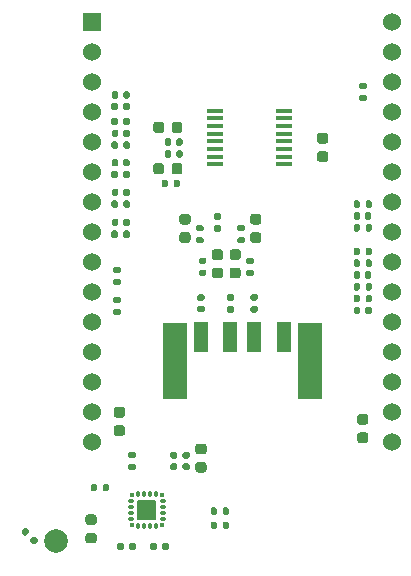
<source format=gbr>
%TF.GenerationSoftware,KiCad,Pcbnew,(5.1.9-0-10_14)*%
%TF.CreationDate,2021-05-04T15:56:22-07:00*%
%TF.ProjectId,fm-streamer,666d2d73-7472-4656-916d-65722e6b6963,rev?*%
%TF.SameCoordinates,Original*%
%TF.FileFunction,Soldermask,Bot*%
%TF.FilePolarity,Negative*%
%FSLAX46Y46*%
G04 Gerber Fmt 4.6, Leading zero omitted, Abs format (unit mm)*
G04 Created by KiCad (PCBNEW (5.1.9-0-10_14)) date 2021-05-04 15:56:22*
%MOMM*%
%LPD*%
G01*
G04 APERTURE LIST*
%ADD10C,0.127000*%
%ADD11R,1.461999X0.354800*%
%ADD12C,1.524000*%
%ADD13R,1.524000X1.524000*%
%ADD14R,2.000000X6.500000*%
%ADD15R,1.200000X2.500000*%
%ADD16C,2.000000*%
%ADD17O,0.610000X0.280000*%
%ADD18R,0.340000X0.340000*%
%ADD19O,0.280000X0.610000*%
G04 APERTURE END LIST*
D10*
%TO.C,U3*%
G36*
X122350000Y-116530000D02*
G01*
X122350000Y-115070000D01*
X120890000Y-115070000D01*
X120890000Y-116530000D01*
X122350000Y-116530000D01*
G37*
X122350000Y-116530000D02*
X122350000Y-115070000D01*
X120890000Y-115070000D01*
X120890000Y-116530000D01*
X122350000Y-116530000D01*
%TD*%
D11*
%TO.C,U2*%
X133241000Y-81975001D03*
X133241000Y-82624999D03*
X133241000Y-83275001D03*
X133241000Y-83924999D03*
X133241000Y-84574998D03*
X133241000Y-85224999D03*
X133241000Y-85874998D03*
X133241000Y-86524999D03*
X127399000Y-86524999D03*
X127399000Y-85875001D03*
X127399000Y-85224999D03*
X127399000Y-84575001D03*
X127399000Y-83925002D03*
X127399000Y-83275001D03*
X127399000Y-82625002D03*
X127399000Y-81975001D03*
%TD*%
D12*
%TO.C,U1*%
X142400000Y-74500000D03*
X142400000Y-77040000D03*
X142400000Y-79580000D03*
X142400000Y-82120000D03*
X142400000Y-84660000D03*
X142400000Y-87200000D03*
X142400000Y-89740000D03*
X142400000Y-92280000D03*
X142400000Y-94820000D03*
X142400000Y-97360000D03*
X142400000Y-99900000D03*
X142400000Y-102440000D03*
X142400000Y-104980000D03*
X142400000Y-107520000D03*
X142400000Y-110060000D03*
X117000000Y-110060000D03*
X117000000Y-107520000D03*
X117000000Y-104980000D03*
X117000000Y-102440000D03*
X117000000Y-99900000D03*
X117000000Y-97360000D03*
X117000000Y-94820000D03*
X117000000Y-92280000D03*
X117000000Y-89740000D03*
X117000000Y-87200000D03*
X117000000Y-84660000D03*
X117000000Y-82120000D03*
X117000000Y-79580000D03*
X117000000Y-77040000D03*
D13*
X117000000Y-74500000D03*
%TD*%
D14*
%TO.C,J1*%
X135400000Y-103150000D03*
X124000000Y-103150000D03*
D15*
X126200000Y-101130000D03*
X128700000Y-101130000D03*
X130700000Y-101130000D03*
X133200000Y-101130000D03*
%TD*%
%TO.C,J1*%
X133200000Y-101130000D03*
X130700000Y-101130000D03*
X128700000Y-101130000D03*
X126200000Y-101130000D03*
D14*
X124000000Y-103150000D03*
X135400000Y-103150000D03*
%TD*%
%TO.C,C1*%
G36*
G01*
X126370000Y-99060000D02*
X126030000Y-99060000D01*
G75*
G02*
X125890000Y-98920000I0J140000D01*
G01*
X125890000Y-98640000D01*
G75*
G02*
X126030000Y-98500000I140000J0D01*
G01*
X126370000Y-98500000D01*
G75*
G02*
X126510000Y-98640000I0J-140000D01*
G01*
X126510000Y-98920000D01*
G75*
G02*
X126370000Y-99060000I-140000J0D01*
G01*
G37*
G36*
G01*
X126370000Y-98100000D02*
X126030000Y-98100000D01*
G75*
G02*
X125890000Y-97960000I0J140000D01*
G01*
X125890000Y-97680000D01*
G75*
G02*
X126030000Y-97540000I140000J0D01*
G01*
X126370000Y-97540000D01*
G75*
G02*
X126510000Y-97680000I0J-140000D01*
G01*
X126510000Y-97960000D01*
G75*
G02*
X126370000Y-98100000I-140000J0D01*
G01*
G37*
%TD*%
%TO.C,J1*%
X135400000Y-103150000D03*
X124000000Y-103150000D03*
D15*
X126200000Y-101130000D03*
X128700000Y-101130000D03*
X130700000Y-101130000D03*
X133200000Y-101130000D03*
%TD*%
%TO.C,R16*%
G36*
G01*
X119160000Y-82715000D02*
X119160000Y-83085000D01*
G75*
G02*
X119025000Y-83220000I-135000J0D01*
G01*
X118755000Y-83220000D01*
G75*
G02*
X118620000Y-83085000I0J135000D01*
G01*
X118620000Y-82715000D01*
G75*
G02*
X118755000Y-82580000I135000J0D01*
G01*
X119025000Y-82580000D01*
G75*
G02*
X119160000Y-82715000I0J-135000D01*
G01*
G37*
G36*
G01*
X120180000Y-82715000D02*
X120180000Y-83085000D01*
G75*
G02*
X120045000Y-83220000I-135000J0D01*
G01*
X119775000Y-83220000D01*
G75*
G02*
X119640000Y-83085000I0J135000D01*
G01*
X119640000Y-82715000D01*
G75*
G02*
X119775000Y-82580000I135000J0D01*
G01*
X120045000Y-82580000D01*
G75*
G02*
X120180000Y-82715000I0J-135000D01*
G01*
G37*
%TD*%
%TO.C,C8*%
G36*
G01*
X119220000Y-80480000D02*
X119220000Y-80820000D01*
G75*
G02*
X119080000Y-80960000I-140000J0D01*
G01*
X118800000Y-80960000D01*
G75*
G02*
X118660000Y-80820000I0J140000D01*
G01*
X118660000Y-80480000D01*
G75*
G02*
X118800000Y-80340000I140000J0D01*
G01*
X119080000Y-80340000D01*
G75*
G02*
X119220000Y-80480000I0J-140000D01*
G01*
G37*
G36*
G01*
X120180000Y-80480000D02*
X120180000Y-80820000D01*
G75*
G02*
X120040000Y-80960000I-140000J0D01*
G01*
X119760000Y-80960000D01*
G75*
G02*
X119620000Y-80820000I0J140000D01*
G01*
X119620000Y-80480000D01*
G75*
G02*
X119760000Y-80340000I140000J0D01*
G01*
X120040000Y-80340000D01*
G75*
G02*
X120180000Y-80480000I0J-140000D01*
G01*
G37*
%TD*%
%TO.C,R8*%
G36*
G01*
X120180000Y-81465000D02*
X120180000Y-81835000D01*
G75*
G02*
X120045000Y-81970000I-135000J0D01*
G01*
X119775000Y-81970000D01*
G75*
G02*
X119640000Y-81835000I0J135000D01*
G01*
X119640000Y-81465000D01*
G75*
G02*
X119775000Y-81330000I135000J0D01*
G01*
X120045000Y-81330000D01*
G75*
G02*
X120180000Y-81465000I0J-135000D01*
G01*
G37*
G36*
G01*
X119160000Y-81465000D02*
X119160000Y-81835000D01*
G75*
G02*
X119025000Y-81970000I-135000J0D01*
G01*
X118755000Y-81970000D01*
G75*
G02*
X118620000Y-81835000I0J135000D01*
G01*
X118620000Y-81465000D01*
G75*
G02*
X118755000Y-81330000I135000J0D01*
G01*
X119025000Y-81330000D01*
G75*
G02*
X119160000Y-81465000I0J-135000D01*
G01*
G37*
%TD*%
%TO.C,C19*%
G36*
G01*
X131100000Y-93175000D02*
X130600000Y-93175000D01*
G75*
G02*
X130375000Y-92950000I0J225000D01*
G01*
X130375000Y-92500000D01*
G75*
G02*
X130600000Y-92275000I225000J0D01*
G01*
X131100000Y-92275000D01*
G75*
G02*
X131325000Y-92500000I0J-225000D01*
G01*
X131325000Y-92950000D01*
G75*
G02*
X131100000Y-93175000I-225000J0D01*
G01*
G37*
G36*
G01*
X131100000Y-91625000D02*
X130600000Y-91625000D01*
G75*
G02*
X130375000Y-91400000I0J225000D01*
G01*
X130375000Y-90950000D01*
G75*
G02*
X130600000Y-90725000I225000J0D01*
G01*
X131100000Y-90725000D01*
G75*
G02*
X131325000Y-90950000I0J-225000D01*
G01*
X131325000Y-91400000D01*
G75*
G02*
X131100000Y-91625000I-225000J0D01*
G01*
G37*
%TD*%
%TO.C,C20*%
G36*
G01*
X125100000Y-91625000D02*
X124600000Y-91625000D01*
G75*
G02*
X124375000Y-91400000I0J225000D01*
G01*
X124375000Y-90950000D01*
G75*
G02*
X124600000Y-90725000I225000J0D01*
G01*
X125100000Y-90725000D01*
G75*
G02*
X125325000Y-90950000I0J-225000D01*
G01*
X125325000Y-91400000D01*
G75*
G02*
X125100000Y-91625000I-225000J0D01*
G01*
G37*
G36*
G01*
X125100000Y-93175000D02*
X124600000Y-93175000D01*
G75*
G02*
X124375000Y-92950000I0J225000D01*
G01*
X124375000Y-92500000D01*
G75*
G02*
X124600000Y-92275000I225000J0D01*
G01*
X125100000Y-92275000D01*
G75*
G02*
X125325000Y-92500000I0J-225000D01*
G01*
X125325000Y-92950000D01*
G75*
G02*
X125100000Y-93175000I-225000J0D01*
G01*
G37*
%TD*%
%TO.C,C22*%
G36*
G01*
X128850000Y-93725000D02*
X129350000Y-93725000D01*
G75*
G02*
X129575000Y-93950000I0J-225000D01*
G01*
X129575000Y-94400000D01*
G75*
G02*
X129350000Y-94625000I-225000J0D01*
G01*
X128850000Y-94625000D01*
G75*
G02*
X128625000Y-94400000I0J225000D01*
G01*
X128625000Y-93950000D01*
G75*
G02*
X128850000Y-93725000I225000J0D01*
G01*
G37*
G36*
G01*
X128850000Y-95275000D02*
X129350000Y-95275000D01*
G75*
G02*
X129575000Y-95500000I0J-225000D01*
G01*
X129575000Y-95950000D01*
G75*
G02*
X129350000Y-96175000I-225000J0D01*
G01*
X128850000Y-96175000D01*
G75*
G02*
X128625000Y-95950000I0J225000D01*
G01*
X128625000Y-95500000D01*
G75*
G02*
X128850000Y-95275000I225000J0D01*
G01*
G37*
%TD*%
%TO.C,C23*%
G36*
G01*
X127850000Y-94625000D02*
X127350000Y-94625000D01*
G75*
G02*
X127125000Y-94400000I0J225000D01*
G01*
X127125000Y-93950000D01*
G75*
G02*
X127350000Y-93725000I225000J0D01*
G01*
X127850000Y-93725000D01*
G75*
G02*
X128075000Y-93950000I0J-225000D01*
G01*
X128075000Y-94400000D01*
G75*
G02*
X127850000Y-94625000I-225000J0D01*
G01*
G37*
G36*
G01*
X127850000Y-96175000D02*
X127350000Y-96175000D01*
G75*
G02*
X127125000Y-95950000I0J225000D01*
G01*
X127125000Y-95500000D01*
G75*
G02*
X127350000Y-95275000I225000J0D01*
G01*
X127850000Y-95275000D01*
G75*
G02*
X128075000Y-95500000I0J-225000D01*
G01*
X128075000Y-95950000D01*
G75*
G02*
X127850000Y-96175000I-225000J0D01*
G01*
G37*
%TD*%
%TO.C,R17*%
G36*
G01*
X127415000Y-91690000D02*
X127785000Y-91690000D01*
G75*
G02*
X127920000Y-91825000I0J-135000D01*
G01*
X127920000Y-92095000D01*
G75*
G02*
X127785000Y-92230000I-135000J0D01*
G01*
X127415000Y-92230000D01*
G75*
G02*
X127280000Y-92095000I0J135000D01*
G01*
X127280000Y-91825000D01*
G75*
G02*
X127415000Y-91690000I135000J0D01*
G01*
G37*
G36*
G01*
X127415000Y-90670000D02*
X127785000Y-90670000D01*
G75*
G02*
X127920000Y-90805000I0J-135000D01*
G01*
X127920000Y-91075000D01*
G75*
G02*
X127785000Y-91210000I-135000J0D01*
G01*
X127415000Y-91210000D01*
G75*
G02*
X127280000Y-91075000I0J135000D01*
G01*
X127280000Y-90805000D01*
G75*
G02*
X127415000Y-90670000I135000J0D01*
G01*
G37*
%TD*%
%TO.C,R24*%
G36*
G01*
X129785000Y-93230000D02*
X129415000Y-93230000D01*
G75*
G02*
X129280000Y-93095000I0J135000D01*
G01*
X129280000Y-92825000D01*
G75*
G02*
X129415000Y-92690000I135000J0D01*
G01*
X129785000Y-92690000D01*
G75*
G02*
X129920000Y-92825000I0J-135000D01*
G01*
X129920000Y-93095000D01*
G75*
G02*
X129785000Y-93230000I-135000J0D01*
G01*
G37*
G36*
G01*
X129785000Y-92210000D02*
X129415000Y-92210000D01*
G75*
G02*
X129280000Y-92075000I0J135000D01*
G01*
X129280000Y-91805000D01*
G75*
G02*
X129415000Y-91670000I135000J0D01*
G01*
X129785000Y-91670000D01*
G75*
G02*
X129920000Y-91805000I0J-135000D01*
G01*
X129920000Y-92075000D01*
G75*
G02*
X129785000Y-92210000I-135000J0D01*
G01*
G37*
%TD*%
%TO.C,R25*%
G36*
G01*
X125915000Y-91670000D02*
X126285000Y-91670000D01*
G75*
G02*
X126420000Y-91805000I0J-135000D01*
G01*
X126420000Y-92075000D01*
G75*
G02*
X126285000Y-92210000I-135000J0D01*
G01*
X125915000Y-92210000D01*
G75*
G02*
X125780000Y-92075000I0J135000D01*
G01*
X125780000Y-91805000D01*
G75*
G02*
X125915000Y-91670000I135000J0D01*
G01*
G37*
G36*
G01*
X125915000Y-92690000D02*
X126285000Y-92690000D01*
G75*
G02*
X126420000Y-92825000I0J-135000D01*
G01*
X126420000Y-93095000D01*
G75*
G02*
X126285000Y-93230000I-135000J0D01*
G01*
X125915000Y-93230000D01*
G75*
G02*
X125780000Y-93095000I0J135000D01*
G01*
X125780000Y-92825000D01*
G75*
G02*
X125915000Y-92690000I135000J0D01*
G01*
G37*
%TD*%
%TO.C,R26*%
G36*
G01*
X130535000Y-94960000D02*
X130165000Y-94960000D01*
G75*
G02*
X130030000Y-94825000I0J135000D01*
G01*
X130030000Y-94555000D01*
G75*
G02*
X130165000Y-94420000I135000J0D01*
G01*
X130535000Y-94420000D01*
G75*
G02*
X130670000Y-94555000I0J-135000D01*
G01*
X130670000Y-94825000D01*
G75*
G02*
X130535000Y-94960000I-135000J0D01*
G01*
G37*
G36*
G01*
X130535000Y-95980000D02*
X130165000Y-95980000D01*
G75*
G02*
X130030000Y-95845000I0J135000D01*
G01*
X130030000Y-95575000D01*
G75*
G02*
X130165000Y-95440000I135000J0D01*
G01*
X130535000Y-95440000D01*
G75*
G02*
X130670000Y-95575000I0J-135000D01*
G01*
X130670000Y-95845000D01*
G75*
G02*
X130535000Y-95980000I-135000J0D01*
G01*
G37*
%TD*%
%TO.C,R27*%
G36*
G01*
X126535000Y-95980000D02*
X126165000Y-95980000D01*
G75*
G02*
X126030000Y-95845000I0J135000D01*
G01*
X126030000Y-95575000D01*
G75*
G02*
X126165000Y-95440000I135000J0D01*
G01*
X126535000Y-95440000D01*
G75*
G02*
X126670000Y-95575000I0J-135000D01*
G01*
X126670000Y-95845000D01*
G75*
G02*
X126535000Y-95980000I-135000J0D01*
G01*
G37*
G36*
G01*
X126535000Y-94960000D02*
X126165000Y-94960000D01*
G75*
G02*
X126030000Y-94825000I0J135000D01*
G01*
X126030000Y-94555000D01*
G75*
G02*
X126165000Y-94420000I135000J0D01*
G01*
X126535000Y-94420000D01*
G75*
G02*
X126670000Y-94555000I0J-135000D01*
G01*
X126670000Y-94825000D01*
G75*
G02*
X126535000Y-94960000I-135000J0D01*
G01*
G37*
%TD*%
%TO.C,R30*%
G36*
G01*
X140140000Y-94085000D02*
X140140000Y-93715000D01*
G75*
G02*
X140275000Y-93580000I135000J0D01*
G01*
X140545000Y-93580000D01*
G75*
G02*
X140680000Y-93715000I0J-135000D01*
G01*
X140680000Y-94085000D01*
G75*
G02*
X140545000Y-94220000I-135000J0D01*
G01*
X140275000Y-94220000D01*
G75*
G02*
X140140000Y-94085000I0J135000D01*
G01*
G37*
G36*
G01*
X139120000Y-94085000D02*
X139120000Y-93715000D01*
G75*
G02*
X139255000Y-93580000I135000J0D01*
G01*
X139525000Y-93580000D01*
G75*
G02*
X139660000Y-93715000I0J-135000D01*
G01*
X139660000Y-94085000D01*
G75*
G02*
X139525000Y-94220000I-135000J0D01*
G01*
X139255000Y-94220000D01*
G75*
G02*
X139120000Y-94085000I0J135000D01*
G01*
G37*
%TD*%
%TO.C,R29*%
G36*
G01*
X140140000Y-92085000D02*
X140140000Y-91715000D01*
G75*
G02*
X140275000Y-91580000I135000J0D01*
G01*
X140545000Y-91580000D01*
G75*
G02*
X140680000Y-91715000I0J-135000D01*
G01*
X140680000Y-92085000D01*
G75*
G02*
X140545000Y-92220000I-135000J0D01*
G01*
X140275000Y-92220000D01*
G75*
G02*
X140140000Y-92085000I0J135000D01*
G01*
G37*
G36*
G01*
X139120000Y-92085000D02*
X139120000Y-91715000D01*
G75*
G02*
X139255000Y-91580000I135000J0D01*
G01*
X139525000Y-91580000D01*
G75*
G02*
X139660000Y-91715000I0J-135000D01*
G01*
X139660000Y-92085000D01*
G75*
G02*
X139525000Y-92220000I-135000J0D01*
G01*
X139255000Y-92220000D01*
G75*
G02*
X139120000Y-92085000I0J135000D01*
G01*
G37*
%TD*%
%TO.C,R28*%
G36*
G01*
X140140000Y-97085000D02*
X140140000Y-96715000D01*
G75*
G02*
X140275000Y-96580000I135000J0D01*
G01*
X140545000Y-96580000D01*
G75*
G02*
X140680000Y-96715000I0J-135000D01*
G01*
X140680000Y-97085000D01*
G75*
G02*
X140545000Y-97220000I-135000J0D01*
G01*
X140275000Y-97220000D01*
G75*
G02*
X140140000Y-97085000I0J135000D01*
G01*
G37*
G36*
G01*
X139120000Y-97085000D02*
X139120000Y-96715000D01*
G75*
G02*
X139255000Y-96580000I135000J0D01*
G01*
X139525000Y-96580000D01*
G75*
G02*
X139660000Y-96715000I0J-135000D01*
G01*
X139660000Y-97085000D01*
G75*
G02*
X139525000Y-97220000I-135000J0D01*
G01*
X139255000Y-97220000D01*
G75*
G02*
X139120000Y-97085000I0J135000D01*
G01*
G37*
%TD*%
%TO.C,C7*%
G36*
G01*
X119220000Y-91280000D02*
X119220000Y-91620000D01*
G75*
G02*
X119080000Y-91760000I-140000J0D01*
G01*
X118800000Y-91760000D01*
G75*
G02*
X118660000Y-91620000I0J140000D01*
G01*
X118660000Y-91280000D01*
G75*
G02*
X118800000Y-91140000I140000J0D01*
G01*
X119080000Y-91140000D01*
G75*
G02*
X119220000Y-91280000I0J-140000D01*
G01*
G37*
G36*
G01*
X120180000Y-91280000D02*
X120180000Y-91620000D01*
G75*
G02*
X120040000Y-91760000I-140000J0D01*
G01*
X119760000Y-91760000D01*
G75*
G02*
X119620000Y-91620000I0J140000D01*
G01*
X119620000Y-91280000D01*
G75*
G02*
X119760000Y-91140000I140000J0D01*
G01*
X120040000Y-91140000D01*
G75*
G02*
X120180000Y-91280000I0J-140000D01*
G01*
G37*
%TD*%
%TO.C,R3*%
G36*
G01*
X118915000Y-96240000D02*
X119285000Y-96240000D01*
G75*
G02*
X119420000Y-96375000I0J-135000D01*
G01*
X119420000Y-96645000D01*
G75*
G02*
X119285000Y-96780000I-135000J0D01*
G01*
X118915000Y-96780000D01*
G75*
G02*
X118780000Y-96645000I0J135000D01*
G01*
X118780000Y-96375000D01*
G75*
G02*
X118915000Y-96240000I135000J0D01*
G01*
G37*
G36*
G01*
X118915000Y-95220000D02*
X119285000Y-95220000D01*
G75*
G02*
X119420000Y-95355000I0J-135000D01*
G01*
X119420000Y-95625000D01*
G75*
G02*
X119285000Y-95760000I-135000J0D01*
G01*
X118915000Y-95760000D01*
G75*
G02*
X118780000Y-95625000I0J135000D01*
G01*
X118780000Y-95355000D01*
G75*
G02*
X118915000Y-95220000I135000J0D01*
G01*
G37*
%TD*%
%TO.C,R7*%
G36*
G01*
X120180000Y-92265000D02*
X120180000Y-92635000D01*
G75*
G02*
X120045000Y-92770000I-135000J0D01*
G01*
X119775000Y-92770000D01*
G75*
G02*
X119640000Y-92635000I0J135000D01*
G01*
X119640000Y-92265000D01*
G75*
G02*
X119775000Y-92130000I135000J0D01*
G01*
X120045000Y-92130000D01*
G75*
G02*
X120180000Y-92265000I0J-135000D01*
G01*
G37*
G36*
G01*
X119160000Y-92265000D02*
X119160000Y-92635000D01*
G75*
G02*
X119025000Y-92770000I-135000J0D01*
G01*
X118755000Y-92770000D01*
G75*
G02*
X118620000Y-92635000I0J135000D01*
G01*
X118620000Y-92265000D01*
G75*
G02*
X118755000Y-92130000I135000J0D01*
G01*
X119025000Y-92130000D01*
G75*
G02*
X119160000Y-92265000I0J-135000D01*
G01*
G37*
%TD*%
%TO.C,R12*%
G36*
G01*
X119285000Y-99280000D02*
X118915000Y-99280000D01*
G75*
G02*
X118780000Y-99145000I0J135000D01*
G01*
X118780000Y-98875000D01*
G75*
G02*
X118915000Y-98740000I135000J0D01*
G01*
X119285000Y-98740000D01*
G75*
G02*
X119420000Y-98875000I0J-135000D01*
G01*
X119420000Y-99145000D01*
G75*
G02*
X119285000Y-99280000I-135000J0D01*
G01*
G37*
G36*
G01*
X119285000Y-98260000D02*
X118915000Y-98260000D01*
G75*
G02*
X118780000Y-98125000I0J135000D01*
G01*
X118780000Y-97855000D01*
G75*
G02*
X118915000Y-97720000I135000J0D01*
G01*
X119285000Y-97720000D01*
G75*
G02*
X119420000Y-97855000I0J-135000D01*
G01*
X119420000Y-98125000D01*
G75*
G02*
X119285000Y-98260000I-135000J0D01*
G01*
G37*
%TD*%
D16*
%TO.C,TP1*%
X113900000Y-118400000D03*
%TD*%
%TO.C,C2*%
G36*
G01*
X119550000Y-107975000D02*
X119050000Y-107975000D01*
G75*
G02*
X118825000Y-107750000I0J225000D01*
G01*
X118825000Y-107300000D01*
G75*
G02*
X119050000Y-107075000I225000J0D01*
G01*
X119550000Y-107075000D01*
G75*
G02*
X119775000Y-107300000I0J-225000D01*
G01*
X119775000Y-107750000D01*
G75*
G02*
X119550000Y-107975000I-225000J0D01*
G01*
G37*
G36*
G01*
X119550000Y-109525000D02*
X119050000Y-109525000D01*
G75*
G02*
X118825000Y-109300000I0J225000D01*
G01*
X118825000Y-108850000D01*
G75*
G02*
X119050000Y-108625000I225000J0D01*
G01*
X119550000Y-108625000D01*
G75*
G02*
X119775000Y-108850000I0J-225000D01*
G01*
X119775000Y-109300000D01*
G75*
G02*
X119550000Y-109525000I-225000J0D01*
G01*
G37*
%TD*%
%TO.C,C3*%
G36*
G01*
X139650000Y-107675000D02*
X140150000Y-107675000D01*
G75*
G02*
X140375000Y-107900000I0J-225000D01*
G01*
X140375000Y-108350000D01*
G75*
G02*
X140150000Y-108575000I-225000J0D01*
G01*
X139650000Y-108575000D01*
G75*
G02*
X139425000Y-108350000I0J225000D01*
G01*
X139425000Y-107900000D01*
G75*
G02*
X139650000Y-107675000I225000J0D01*
G01*
G37*
G36*
G01*
X139650000Y-109225000D02*
X140150000Y-109225000D01*
G75*
G02*
X140375000Y-109450000I0J-225000D01*
G01*
X140375000Y-109900000D01*
G75*
G02*
X140150000Y-110125000I-225000J0D01*
G01*
X139650000Y-110125000D01*
G75*
G02*
X139425000Y-109900000I0J225000D01*
G01*
X139425000Y-109450000D01*
G75*
G02*
X139650000Y-109225000I225000J0D01*
G01*
G37*
%TD*%
%TO.C,C4*%
G36*
G01*
X139120000Y-96070000D02*
X139120000Y-95730000D01*
G75*
G02*
X139260000Y-95590000I140000J0D01*
G01*
X139540000Y-95590000D01*
G75*
G02*
X139680000Y-95730000I0J-140000D01*
G01*
X139680000Y-96070000D01*
G75*
G02*
X139540000Y-96210000I-140000J0D01*
G01*
X139260000Y-96210000D01*
G75*
G02*
X139120000Y-96070000I0J140000D01*
G01*
G37*
G36*
G01*
X140080000Y-96070000D02*
X140080000Y-95730000D01*
G75*
G02*
X140220000Y-95590000I140000J0D01*
G01*
X140500000Y-95590000D01*
G75*
G02*
X140640000Y-95730000I0J-140000D01*
G01*
X140640000Y-96070000D01*
G75*
G02*
X140500000Y-96210000I-140000J0D01*
G01*
X140220000Y-96210000D01*
G75*
G02*
X140080000Y-96070000I0J140000D01*
G01*
G37*
%TD*%
%TO.C,C5*%
G36*
G01*
X140080000Y-91070000D02*
X140080000Y-90730000D01*
G75*
G02*
X140220000Y-90590000I140000J0D01*
G01*
X140500000Y-90590000D01*
G75*
G02*
X140640000Y-90730000I0J-140000D01*
G01*
X140640000Y-91070000D01*
G75*
G02*
X140500000Y-91210000I-140000J0D01*
G01*
X140220000Y-91210000D01*
G75*
G02*
X140080000Y-91070000I0J140000D01*
G01*
G37*
G36*
G01*
X139120000Y-91070000D02*
X139120000Y-90730000D01*
G75*
G02*
X139260000Y-90590000I140000J0D01*
G01*
X139540000Y-90590000D01*
G75*
G02*
X139680000Y-90730000I0J-140000D01*
G01*
X139680000Y-91070000D01*
G75*
G02*
X139540000Y-91210000I-140000J0D01*
G01*
X139260000Y-91210000D01*
G75*
G02*
X139120000Y-91070000I0J140000D01*
G01*
G37*
%TD*%
%TO.C,C6*%
G36*
G01*
X139140000Y-99070000D02*
X139140000Y-98730000D01*
G75*
G02*
X139280000Y-98590000I140000J0D01*
G01*
X139560000Y-98590000D01*
G75*
G02*
X139700000Y-98730000I0J-140000D01*
G01*
X139700000Y-99070000D01*
G75*
G02*
X139560000Y-99210000I-140000J0D01*
G01*
X139280000Y-99210000D01*
G75*
G02*
X139140000Y-99070000I0J140000D01*
G01*
G37*
G36*
G01*
X140100000Y-99070000D02*
X140100000Y-98730000D01*
G75*
G02*
X140240000Y-98590000I140000J0D01*
G01*
X140520000Y-98590000D01*
G75*
G02*
X140660000Y-98730000I0J-140000D01*
G01*
X140660000Y-99070000D01*
G75*
G02*
X140520000Y-99210000I-140000J0D01*
G01*
X140240000Y-99210000D01*
G75*
G02*
X140100000Y-99070000I0J140000D01*
G01*
G37*
%TD*%
%TO.C,C9*%
G36*
G01*
X119220000Y-88730000D02*
X119220000Y-89070000D01*
G75*
G02*
X119080000Y-89210000I-140000J0D01*
G01*
X118800000Y-89210000D01*
G75*
G02*
X118660000Y-89070000I0J140000D01*
G01*
X118660000Y-88730000D01*
G75*
G02*
X118800000Y-88590000I140000J0D01*
G01*
X119080000Y-88590000D01*
G75*
G02*
X119220000Y-88730000I0J-140000D01*
G01*
G37*
G36*
G01*
X120180000Y-88730000D02*
X120180000Y-89070000D01*
G75*
G02*
X120040000Y-89210000I-140000J0D01*
G01*
X119760000Y-89210000D01*
G75*
G02*
X119620000Y-89070000I0J140000D01*
G01*
X119620000Y-88730000D01*
G75*
G02*
X119760000Y-88590000I140000J0D01*
G01*
X120040000Y-88590000D01*
G75*
G02*
X120180000Y-88730000I0J-140000D01*
G01*
G37*
%TD*%
%TO.C,C10*%
G36*
G01*
X120160000Y-86230000D02*
X120160000Y-86570000D01*
G75*
G02*
X120020000Y-86710000I-140000J0D01*
G01*
X119740000Y-86710000D01*
G75*
G02*
X119600000Y-86570000I0J140000D01*
G01*
X119600000Y-86230000D01*
G75*
G02*
X119740000Y-86090000I140000J0D01*
G01*
X120020000Y-86090000D01*
G75*
G02*
X120160000Y-86230000I0J-140000D01*
G01*
G37*
G36*
G01*
X119200000Y-86230000D02*
X119200000Y-86570000D01*
G75*
G02*
X119060000Y-86710000I-140000J0D01*
G01*
X118780000Y-86710000D01*
G75*
G02*
X118640000Y-86570000I0J140000D01*
G01*
X118640000Y-86230000D01*
G75*
G02*
X118780000Y-86090000I140000J0D01*
G01*
X119060000Y-86090000D01*
G75*
G02*
X119200000Y-86230000I0J-140000D01*
G01*
G37*
%TD*%
%TO.C,C11*%
G36*
G01*
X120180000Y-83730000D02*
X120180000Y-84070000D01*
G75*
G02*
X120040000Y-84210000I-140000J0D01*
G01*
X119760000Y-84210000D01*
G75*
G02*
X119620000Y-84070000I0J140000D01*
G01*
X119620000Y-83730000D01*
G75*
G02*
X119760000Y-83590000I140000J0D01*
G01*
X120040000Y-83590000D01*
G75*
G02*
X120180000Y-83730000I0J-140000D01*
G01*
G37*
G36*
G01*
X119220000Y-83730000D02*
X119220000Y-84070000D01*
G75*
G02*
X119080000Y-84210000I-140000J0D01*
G01*
X118800000Y-84210000D01*
G75*
G02*
X118660000Y-84070000I0J140000D01*
G01*
X118660000Y-83730000D01*
G75*
G02*
X118800000Y-83590000I140000J0D01*
G01*
X119080000Y-83590000D01*
G75*
G02*
X119220000Y-83730000I0J-140000D01*
G01*
G37*
%TD*%
%TO.C,C12*%
G36*
G01*
X123075000Y-86650000D02*
X123075000Y-87150000D01*
G75*
G02*
X122850000Y-87375000I-225000J0D01*
G01*
X122400000Y-87375000D01*
G75*
G02*
X122175000Y-87150000I0J225000D01*
G01*
X122175000Y-86650000D01*
G75*
G02*
X122400000Y-86425000I225000J0D01*
G01*
X122850000Y-86425000D01*
G75*
G02*
X123075000Y-86650000I0J-225000D01*
G01*
G37*
G36*
G01*
X124625000Y-86650000D02*
X124625000Y-87150000D01*
G75*
G02*
X124400000Y-87375000I-225000J0D01*
G01*
X123950000Y-87375000D01*
G75*
G02*
X123725000Y-87150000I0J225000D01*
G01*
X123725000Y-86650000D01*
G75*
G02*
X123950000Y-86425000I225000J0D01*
G01*
X124400000Y-86425000D01*
G75*
G02*
X124625000Y-86650000I0J-225000D01*
G01*
G37*
%TD*%
%TO.C,C13*%
G36*
G01*
X124660000Y-85480000D02*
X124660000Y-85820000D01*
G75*
G02*
X124520000Y-85960000I-140000J0D01*
G01*
X124240000Y-85960000D01*
G75*
G02*
X124100000Y-85820000I0J140000D01*
G01*
X124100000Y-85480000D01*
G75*
G02*
X124240000Y-85340000I140000J0D01*
G01*
X124520000Y-85340000D01*
G75*
G02*
X124660000Y-85480000I0J-140000D01*
G01*
G37*
G36*
G01*
X123700000Y-85480000D02*
X123700000Y-85820000D01*
G75*
G02*
X123560000Y-85960000I-140000J0D01*
G01*
X123280000Y-85960000D01*
G75*
G02*
X123140000Y-85820000I0J140000D01*
G01*
X123140000Y-85480000D01*
G75*
G02*
X123280000Y-85340000I140000J0D01*
G01*
X123560000Y-85340000D01*
G75*
G02*
X123700000Y-85480000I0J-140000D01*
G01*
G37*
%TD*%
%TO.C,C14*%
G36*
G01*
X124625000Y-83150000D02*
X124625000Y-83650000D01*
G75*
G02*
X124400000Y-83875000I-225000J0D01*
G01*
X123950000Y-83875000D01*
G75*
G02*
X123725000Y-83650000I0J225000D01*
G01*
X123725000Y-83150000D01*
G75*
G02*
X123950000Y-82925000I225000J0D01*
G01*
X124400000Y-82925000D01*
G75*
G02*
X124625000Y-83150000I0J-225000D01*
G01*
G37*
G36*
G01*
X123075000Y-83150000D02*
X123075000Y-83650000D01*
G75*
G02*
X122850000Y-83875000I-225000J0D01*
G01*
X122400000Y-83875000D01*
G75*
G02*
X122175000Y-83650000I0J225000D01*
G01*
X122175000Y-83150000D01*
G75*
G02*
X122400000Y-82925000I225000J0D01*
G01*
X122850000Y-82925000D01*
G75*
G02*
X123075000Y-83150000I0J-225000D01*
G01*
G37*
%TD*%
%TO.C,C15*%
G36*
G01*
X123700000Y-84480000D02*
X123700000Y-84820000D01*
G75*
G02*
X123560000Y-84960000I-140000J0D01*
G01*
X123280000Y-84960000D01*
G75*
G02*
X123140000Y-84820000I0J140000D01*
G01*
X123140000Y-84480000D01*
G75*
G02*
X123280000Y-84340000I140000J0D01*
G01*
X123560000Y-84340000D01*
G75*
G02*
X123700000Y-84480000I0J-140000D01*
G01*
G37*
G36*
G01*
X124660000Y-84480000D02*
X124660000Y-84820000D01*
G75*
G02*
X124520000Y-84960000I-140000J0D01*
G01*
X124240000Y-84960000D01*
G75*
G02*
X124100000Y-84820000I0J140000D01*
G01*
X124100000Y-84480000D01*
G75*
G02*
X124240000Y-84340000I140000J0D01*
G01*
X124520000Y-84340000D01*
G75*
G02*
X124660000Y-84480000I0J-140000D01*
G01*
G37*
%TD*%
%TO.C,C16*%
G36*
G01*
X136750000Y-86325000D02*
X136250000Y-86325000D01*
G75*
G02*
X136025000Y-86100000I0J225000D01*
G01*
X136025000Y-85650000D01*
G75*
G02*
X136250000Y-85425000I225000J0D01*
G01*
X136750000Y-85425000D01*
G75*
G02*
X136975000Y-85650000I0J-225000D01*
G01*
X136975000Y-86100000D01*
G75*
G02*
X136750000Y-86325000I-225000J0D01*
G01*
G37*
G36*
G01*
X136750000Y-84775000D02*
X136250000Y-84775000D01*
G75*
G02*
X136025000Y-84550000I0J225000D01*
G01*
X136025000Y-84100000D01*
G75*
G02*
X136250000Y-83875000I225000J0D01*
G01*
X136750000Y-83875000D01*
G75*
G02*
X136975000Y-84100000I0J-225000D01*
G01*
X136975000Y-84550000D01*
G75*
G02*
X136750000Y-84775000I-225000J0D01*
G01*
G37*
%TD*%
%TO.C,C17*%
G36*
G01*
X124070000Y-112410000D02*
X123730000Y-112410000D01*
G75*
G02*
X123590000Y-112270000I0J140000D01*
G01*
X123590000Y-111990000D01*
G75*
G02*
X123730000Y-111850000I140000J0D01*
G01*
X124070000Y-111850000D01*
G75*
G02*
X124210000Y-111990000I0J-140000D01*
G01*
X124210000Y-112270000D01*
G75*
G02*
X124070000Y-112410000I-140000J0D01*
G01*
G37*
G36*
G01*
X124070000Y-111450000D02*
X123730000Y-111450000D01*
G75*
G02*
X123590000Y-111310000I0J140000D01*
G01*
X123590000Y-111030000D01*
G75*
G02*
X123730000Y-110890000I140000J0D01*
G01*
X124070000Y-110890000D01*
G75*
G02*
X124210000Y-111030000I0J-140000D01*
G01*
X124210000Y-111310000D01*
G75*
G02*
X124070000Y-111450000I-140000J0D01*
G01*
G37*
%TD*%
%TO.C,C18*%
G36*
G01*
X125120000Y-111450000D02*
X124780000Y-111450000D01*
G75*
G02*
X124640000Y-111310000I0J140000D01*
G01*
X124640000Y-111030000D01*
G75*
G02*
X124780000Y-110890000I140000J0D01*
G01*
X125120000Y-110890000D01*
G75*
G02*
X125260000Y-111030000I0J-140000D01*
G01*
X125260000Y-111310000D01*
G75*
G02*
X125120000Y-111450000I-140000J0D01*
G01*
G37*
G36*
G01*
X125120000Y-112410000D02*
X124780000Y-112410000D01*
G75*
G02*
X124640000Y-112270000I0J140000D01*
G01*
X124640000Y-111990000D01*
G75*
G02*
X124780000Y-111850000I140000J0D01*
G01*
X125120000Y-111850000D01*
G75*
G02*
X125260000Y-111990000I0J-140000D01*
G01*
X125260000Y-112270000D01*
G75*
G02*
X125120000Y-112410000I-140000J0D01*
G01*
G37*
%TD*%
%TO.C,C21*%
G36*
G01*
X126450000Y-111075000D02*
X125950000Y-111075000D01*
G75*
G02*
X125725000Y-110850000I0J225000D01*
G01*
X125725000Y-110400000D01*
G75*
G02*
X125950000Y-110175000I225000J0D01*
G01*
X126450000Y-110175000D01*
G75*
G02*
X126675000Y-110400000I0J-225000D01*
G01*
X126675000Y-110850000D01*
G75*
G02*
X126450000Y-111075000I-225000J0D01*
G01*
G37*
G36*
G01*
X126450000Y-112625000D02*
X125950000Y-112625000D01*
G75*
G02*
X125725000Y-112400000I0J225000D01*
G01*
X125725000Y-111950000D01*
G75*
G02*
X125950000Y-111725000I225000J0D01*
G01*
X126450000Y-111725000D01*
G75*
G02*
X126675000Y-111950000I0J-225000D01*
G01*
X126675000Y-112400000D01*
G75*
G02*
X126450000Y-112625000I-225000J0D01*
G01*
G37*
%TD*%
%TO.C,L1*%
G36*
G01*
X116643750Y-116175000D02*
X117156250Y-116175000D01*
G75*
G02*
X117375000Y-116393750I0J-218750D01*
G01*
X117375000Y-116831250D01*
G75*
G02*
X117156250Y-117050000I-218750J0D01*
G01*
X116643750Y-117050000D01*
G75*
G02*
X116425000Y-116831250I0J218750D01*
G01*
X116425000Y-116393750D01*
G75*
G02*
X116643750Y-116175000I218750J0D01*
G01*
G37*
G36*
G01*
X116643750Y-117750000D02*
X117156250Y-117750000D01*
G75*
G02*
X117375000Y-117968750I0J-218750D01*
G01*
X117375000Y-118406250D01*
G75*
G02*
X117156250Y-118625000I-218750J0D01*
G01*
X116643750Y-118625000D01*
G75*
G02*
X116425000Y-118406250I0J218750D01*
G01*
X116425000Y-117968750D01*
G75*
G02*
X116643750Y-117750000I218750J0D01*
G01*
G37*
%TD*%
%TO.C,R1*%
G36*
G01*
X130515000Y-98540000D02*
X130885000Y-98540000D01*
G75*
G02*
X131020000Y-98675000I0J-135000D01*
G01*
X131020000Y-98945000D01*
G75*
G02*
X130885000Y-99080000I-135000J0D01*
G01*
X130515000Y-99080000D01*
G75*
G02*
X130380000Y-98945000I0J135000D01*
G01*
X130380000Y-98675000D01*
G75*
G02*
X130515000Y-98540000I135000J0D01*
G01*
G37*
G36*
G01*
X130515000Y-97520000D02*
X130885000Y-97520000D01*
G75*
G02*
X131020000Y-97655000I0J-135000D01*
G01*
X131020000Y-97925000D01*
G75*
G02*
X130885000Y-98060000I-135000J0D01*
G01*
X130515000Y-98060000D01*
G75*
G02*
X130380000Y-97925000I0J135000D01*
G01*
X130380000Y-97655000D01*
G75*
G02*
X130515000Y-97520000I135000J0D01*
G01*
G37*
%TD*%
%TO.C,R2*%
G36*
G01*
X128515000Y-97520000D02*
X128885000Y-97520000D01*
G75*
G02*
X129020000Y-97655000I0J-135000D01*
G01*
X129020000Y-97925000D01*
G75*
G02*
X128885000Y-98060000I-135000J0D01*
G01*
X128515000Y-98060000D01*
G75*
G02*
X128380000Y-97925000I0J135000D01*
G01*
X128380000Y-97655000D01*
G75*
G02*
X128515000Y-97520000I135000J0D01*
G01*
G37*
G36*
G01*
X128515000Y-98540000D02*
X128885000Y-98540000D01*
G75*
G02*
X129020000Y-98675000I0J-135000D01*
G01*
X129020000Y-98945000D01*
G75*
G02*
X128885000Y-99080000I-135000J0D01*
G01*
X128515000Y-99080000D01*
G75*
G02*
X128380000Y-98945000I0J135000D01*
G01*
X128380000Y-98675000D01*
G75*
G02*
X128515000Y-98540000I135000J0D01*
G01*
G37*
%TD*%
%TO.C,R4*%
G36*
G01*
X139120000Y-95085000D02*
X139120000Y-94715000D01*
G75*
G02*
X139255000Y-94580000I135000J0D01*
G01*
X139525000Y-94580000D01*
G75*
G02*
X139660000Y-94715000I0J-135000D01*
G01*
X139660000Y-95085000D01*
G75*
G02*
X139525000Y-95220000I-135000J0D01*
G01*
X139255000Y-95220000D01*
G75*
G02*
X139120000Y-95085000I0J135000D01*
G01*
G37*
G36*
G01*
X140140000Y-95085000D02*
X140140000Y-94715000D01*
G75*
G02*
X140275000Y-94580000I135000J0D01*
G01*
X140545000Y-94580000D01*
G75*
G02*
X140680000Y-94715000I0J-135000D01*
G01*
X140680000Y-95085000D01*
G75*
G02*
X140545000Y-95220000I-135000J0D01*
G01*
X140275000Y-95220000D01*
G75*
G02*
X140140000Y-95085000I0J135000D01*
G01*
G37*
%TD*%
%TO.C,R5*%
G36*
G01*
X140140000Y-90085000D02*
X140140000Y-89715000D01*
G75*
G02*
X140275000Y-89580000I135000J0D01*
G01*
X140545000Y-89580000D01*
G75*
G02*
X140680000Y-89715000I0J-135000D01*
G01*
X140680000Y-90085000D01*
G75*
G02*
X140545000Y-90220000I-135000J0D01*
G01*
X140275000Y-90220000D01*
G75*
G02*
X140140000Y-90085000I0J135000D01*
G01*
G37*
G36*
G01*
X139120000Y-90085000D02*
X139120000Y-89715000D01*
G75*
G02*
X139255000Y-89580000I135000J0D01*
G01*
X139525000Y-89580000D01*
G75*
G02*
X139660000Y-89715000I0J-135000D01*
G01*
X139660000Y-90085000D01*
G75*
G02*
X139525000Y-90220000I-135000J0D01*
G01*
X139255000Y-90220000D01*
G75*
G02*
X139120000Y-90085000I0J135000D01*
G01*
G37*
%TD*%
%TO.C,R6*%
G36*
G01*
X139120000Y-98085000D02*
X139120000Y-97715000D01*
G75*
G02*
X139255000Y-97580000I135000J0D01*
G01*
X139525000Y-97580000D01*
G75*
G02*
X139660000Y-97715000I0J-135000D01*
G01*
X139660000Y-98085000D01*
G75*
G02*
X139525000Y-98220000I-135000J0D01*
G01*
X139255000Y-98220000D01*
G75*
G02*
X139120000Y-98085000I0J135000D01*
G01*
G37*
G36*
G01*
X140140000Y-98085000D02*
X140140000Y-97715000D01*
G75*
G02*
X140275000Y-97580000I135000J0D01*
G01*
X140545000Y-97580000D01*
G75*
G02*
X140680000Y-97715000I0J-135000D01*
G01*
X140680000Y-98085000D01*
G75*
G02*
X140545000Y-98220000I-135000J0D01*
G01*
X140275000Y-98220000D01*
G75*
G02*
X140140000Y-98085000I0J135000D01*
G01*
G37*
%TD*%
%TO.C,R9*%
G36*
G01*
X119160000Y-89715000D02*
X119160000Y-90085000D01*
G75*
G02*
X119025000Y-90220000I-135000J0D01*
G01*
X118755000Y-90220000D01*
G75*
G02*
X118620000Y-90085000I0J135000D01*
G01*
X118620000Y-89715000D01*
G75*
G02*
X118755000Y-89580000I135000J0D01*
G01*
X119025000Y-89580000D01*
G75*
G02*
X119160000Y-89715000I0J-135000D01*
G01*
G37*
G36*
G01*
X120180000Y-89715000D02*
X120180000Y-90085000D01*
G75*
G02*
X120045000Y-90220000I-135000J0D01*
G01*
X119775000Y-90220000D01*
G75*
G02*
X119640000Y-90085000I0J135000D01*
G01*
X119640000Y-89715000D01*
G75*
G02*
X119775000Y-89580000I135000J0D01*
G01*
X120045000Y-89580000D01*
G75*
G02*
X120180000Y-89715000I0J-135000D01*
G01*
G37*
%TD*%
%TO.C,R10*%
G36*
G01*
X119160000Y-87215000D02*
X119160000Y-87585000D01*
G75*
G02*
X119025000Y-87720000I-135000J0D01*
G01*
X118755000Y-87720000D01*
G75*
G02*
X118620000Y-87585000I0J135000D01*
G01*
X118620000Y-87215000D01*
G75*
G02*
X118755000Y-87080000I135000J0D01*
G01*
X119025000Y-87080000D01*
G75*
G02*
X119160000Y-87215000I0J-135000D01*
G01*
G37*
G36*
G01*
X120180000Y-87215000D02*
X120180000Y-87585000D01*
G75*
G02*
X120045000Y-87720000I-135000J0D01*
G01*
X119775000Y-87720000D01*
G75*
G02*
X119640000Y-87585000I0J135000D01*
G01*
X119640000Y-87215000D01*
G75*
G02*
X119775000Y-87080000I135000J0D01*
G01*
X120045000Y-87080000D01*
G75*
G02*
X120180000Y-87215000I0J-135000D01*
G01*
G37*
%TD*%
%TO.C,R11*%
G36*
G01*
X120180000Y-84715000D02*
X120180000Y-85085000D01*
G75*
G02*
X120045000Y-85220000I-135000J0D01*
G01*
X119775000Y-85220000D01*
G75*
G02*
X119640000Y-85085000I0J135000D01*
G01*
X119640000Y-84715000D01*
G75*
G02*
X119775000Y-84580000I135000J0D01*
G01*
X120045000Y-84580000D01*
G75*
G02*
X120180000Y-84715000I0J-135000D01*
G01*
G37*
G36*
G01*
X119160000Y-84715000D02*
X119160000Y-85085000D01*
G75*
G02*
X119025000Y-85220000I-135000J0D01*
G01*
X118755000Y-85220000D01*
G75*
G02*
X118620000Y-85085000I0J135000D01*
G01*
X118620000Y-84715000D01*
G75*
G02*
X118755000Y-84580000I135000J0D01*
G01*
X119025000Y-84580000D01*
G75*
G02*
X119160000Y-84715000I0J-135000D01*
G01*
G37*
%TD*%
%TO.C,R13*%
G36*
G01*
X124430000Y-87965000D02*
X124430000Y-88335000D01*
G75*
G02*
X124295000Y-88470000I-135000J0D01*
G01*
X124025000Y-88470000D01*
G75*
G02*
X123890000Y-88335000I0J135000D01*
G01*
X123890000Y-87965000D01*
G75*
G02*
X124025000Y-87830000I135000J0D01*
G01*
X124295000Y-87830000D01*
G75*
G02*
X124430000Y-87965000I0J-135000D01*
G01*
G37*
G36*
G01*
X123410000Y-87965000D02*
X123410000Y-88335000D01*
G75*
G02*
X123275000Y-88470000I-135000J0D01*
G01*
X123005000Y-88470000D01*
G75*
G02*
X122870000Y-88335000I0J135000D01*
G01*
X122870000Y-87965000D01*
G75*
G02*
X123005000Y-87830000I135000J0D01*
G01*
X123275000Y-87830000D01*
G75*
G02*
X123410000Y-87965000I0J-135000D01*
G01*
G37*
%TD*%
%TO.C,R14*%
G36*
G01*
X111661109Y-117699480D02*
X111399480Y-117961109D01*
G75*
G02*
X111208562Y-117961109I-95459J95459D01*
G01*
X111017643Y-117770190D01*
G75*
G02*
X111017643Y-117579272I95459J95459D01*
G01*
X111279272Y-117317643D01*
G75*
G02*
X111470190Y-117317643I95459J-95459D01*
G01*
X111661109Y-117508562D01*
G75*
G02*
X111661109Y-117699480I-95459J-95459D01*
G01*
G37*
G36*
G01*
X112382357Y-118420728D02*
X112120728Y-118682357D01*
G75*
G02*
X111929810Y-118682357I-95459J95459D01*
G01*
X111738891Y-118491438D01*
G75*
G02*
X111738891Y-118300520I95459J95459D01*
G01*
X112000520Y-118038891D01*
G75*
G02*
X112191438Y-118038891I95459J-95459D01*
G01*
X112382357Y-118229810D01*
G75*
G02*
X112382357Y-118420728I-95459J-95459D01*
G01*
G37*
%TD*%
%TO.C,R15*%
G36*
G01*
X140085000Y-81180000D02*
X139715000Y-81180000D01*
G75*
G02*
X139580000Y-81045000I0J135000D01*
G01*
X139580000Y-80775000D01*
G75*
G02*
X139715000Y-80640000I135000J0D01*
G01*
X140085000Y-80640000D01*
G75*
G02*
X140220000Y-80775000I0J-135000D01*
G01*
X140220000Y-81045000D01*
G75*
G02*
X140085000Y-81180000I-135000J0D01*
G01*
G37*
G36*
G01*
X140085000Y-80160000D02*
X139715000Y-80160000D01*
G75*
G02*
X139580000Y-80025000I0J135000D01*
G01*
X139580000Y-79755000D01*
G75*
G02*
X139715000Y-79620000I135000J0D01*
G01*
X140085000Y-79620000D01*
G75*
G02*
X140220000Y-79755000I0J-135000D01*
G01*
X140220000Y-80025000D01*
G75*
G02*
X140085000Y-80160000I-135000J0D01*
G01*
G37*
%TD*%
%TO.C,R18*%
G36*
G01*
X117410000Y-113715000D02*
X117410000Y-114085000D01*
G75*
G02*
X117275000Y-114220000I-135000J0D01*
G01*
X117005000Y-114220000D01*
G75*
G02*
X116870000Y-114085000I0J135000D01*
G01*
X116870000Y-113715000D01*
G75*
G02*
X117005000Y-113580000I135000J0D01*
G01*
X117275000Y-113580000D01*
G75*
G02*
X117410000Y-113715000I0J-135000D01*
G01*
G37*
G36*
G01*
X118430000Y-113715000D02*
X118430000Y-114085000D01*
G75*
G02*
X118295000Y-114220000I-135000J0D01*
G01*
X118025000Y-114220000D01*
G75*
G02*
X117890000Y-114085000I0J135000D01*
G01*
X117890000Y-113715000D01*
G75*
G02*
X118025000Y-113580000I135000J0D01*
G01*
X118295000Y-113580000D01*
G75*
G02*
X118430000Y-113715000I0J-135000D01*
G01*
G37*
%TD*%
%TO.C,R19*%
G36*
G01*
X120535000Y-111410000D02*
X120165000Y-111410000D01*
G75*
G02*
X120030000Y-111275000I0J135000D01*
G01*
X120030000Y-111005000D01*
G75*
G02*
X120165000Y-110870000I135000J0D01*
G01*
X120535000Y-110870000D01*
G75*
G02*
X120670000Y-111005000I0J-135000D01*
G01*
X120670000Y-111275000D01*
G75*
G02*
X120535000Y-111410000I-135000J0D01*
G01*
G37*
G36*
G01*
X120535000Y-112430000D02*
X120165000Y-112430000D01*
G75*
G02*
X120030000Y-112295000I0J135000D01*
G01*
X120030000Y-112025000D01*
G75*
G02*
X120165000Y-111890000I135000J0D01*
G01*
X120535000Y-111890000D01*
G75*
G02*
X120670000Y-112025000I0J-135000D01*
G01*
X120670000Y-112295000D01*
G75*
G02*
X120535000Y-112430000I-135000J0D01*
G01*
G37*
%TD*%
%TO.C,R20*%
G36*
G01*
X119660000Y-118715000D02*
X119660000Y-119085000D01*
G75*
G02*
X119525000Y-119220000I-135000J0D01*
G01*
X119255000Y-119220000D01*
G75*
G02*
X119120000Y-119085000I0J135000D01*
G01*
X119120000Y-118715000D01*
G75*
G02*
X119255000Y-118580000I135000J0D01*
G01*
X119525000Y-118580000D01*
G75*
G02*
X119660000Y-118715000I0J-135000D01*
G01*
G37*
G36*
G01*
X120680000Y-118715000D02*
X120680000Y-119085000D01*
G75*
G02*
X120545000Y-119220000I-135000J0D01*
G01*
X120275000Y-119220000D01*
G75*
G02*
X120140000Y-119085000I0J135000D01*
G01*
X120140000Y-118715000D01*
G75*
G02*
X120275000Y-118580000I135000J0D01*
G01*
X120545000Y-118580000D01*
G75*
G02*
X120680000Y-118715000I0J-135000D01*
G01*
G37*
%TD*%
%TO.C,R21*%
G36*
G01*
X121920000Y-119085000D02*
X121920000Y-118715000D01*
G75*
G02*
X122055000Y-118580000I135000J0D01*
G01*
X122325000Y-118580000D01*
G75*
G02*
X122460000Y-118715000I0J-135000D01*
G01*
X122460000Y-119085000D01*
G75*
G02*
X122325000Y-119220000I-135000J0D01*
G01*
X122055000Y-119220000D01*
G75*
G02*
X121920000Y-119085000I0J135000D01*
G01*
G37*
G36*
G01*
X122940000Y-119085000D02*
X122940000Y-118715000D01*
G75*
G02*
X123075000Y-118580000I135000J0D01*
G01*
X123345000Y-118580000D01*
G75*
G02*
X123480000Y-118715000I0J-135000D01*
G01*
X123480000Y-119085000D01*
G75*
G02*
X123345000Y-119220000I-135000J0D01*
G01*
X123075000Y-119220000D01*
G75*
G02*
X122940000Y-119085000I0J135000D01*
G01*
G37*
%TD*%
%TO.C,R22*%
G36*
G01*
X128580000Y-116915000D02*
X128580000Y-117285000D01*
G75*
G02*
X128445000Y-117420000I-135000J0D01*
G01*
X128175000Y-117420000D01*
G75*
G02*
X128040000Y-117285000I0J135000D01*
G01*
X128040000Y-116915000D01*
G75*
G02*
X128175000Y-116780000I135000J0D01*
G01*
X128445000Y-116780000D01*
G75*
G02*
X128580000Y-116915000I0J-135000D01*
G01*
G37*
G36*
G01*
X127560000Y-116915000D02*
X127560000Y-117285000D01*
G75*
G02*
X127425000Y-117420000I-135000J0D01*
G01*
X127155000Y-117420000D01*
G75*
G02*
X127020000Y-117285000I0J135000D01*
G01*
X127020000Y-116915000D01*
G75*
G02*
X127155000Y-116780000I135000J0D01*
G01*
X127425000Y-116780000D01*
G75*
G02*
X127560000Y-116915000I0J-135000D01*
G01*
G37*
%TD*%
%TO.C,R23*%
G36*
G01*
X127560000Y-115715000D02*
X127560000Y-116085000D01*
G75*
G02*
X127425000Y-116220000I-135000J0D01*
G01*
X127155000Y-116220000D01*
G75*
G02*
X127020000Y-116085000I0J135000D01*
G01*
X127020000Y-115715000D01*
G75*
G02*
X127155000Y-115580000I135000J0D01*
G01*
X127425000Y-115580000D01*
G75*
G02*
X127560000Y-115715000I0J-135000D01*
G01*
G37*
G36*
G01*
X128580000Y-115715000D02*
X128580000Y-116085000D01*
G75*
G02*
X128445000Y-116220000I-135000J0D01*
G01*
X128175000Y-116220000D01*
G75*
G02*
X128040000Y-116085000I0J135000D01*
G01*
X128040000Y-115715000D01*
G75*
G02*
X128175000Y-115580000I135000J0D01*
G01*
X128445000Y-115580000D01*
G75*
G02*
X128580000Y-115715000I0J-135000D01*
G01*
G37*
%TD*%
D17*
%TO.C,U3*%
X120285000Y-116550000D03*
X120285000Y-116050000D03*
X120285000Y-115550000D03*
X120285000Y-115050000D03*
D18*
X120355000Y-114535000D03*
D19*
X120870000Y-114465000D03*
X121370000Y-114465000D03*
X121870000Y-114465000D03*
X122370000Y-114465000D03*
D18*
X122885000Y-114535000D03*
D17*
X122955000Y-115050000D03*
X122955000Y-115550000D03*
X122955000Y-116050000D03*
X122955000Y-116550000D03*
D18*
X122885000Y-117065000D03*
D19*
X122370000Y-117135000D03*
X121870000Y-117135000D03*
X121370000Y-117135000D03*
X120870000Y-117135000D03*
D18*
X120345000Y-117065000D03*
%TD*%
M02*

</source>
